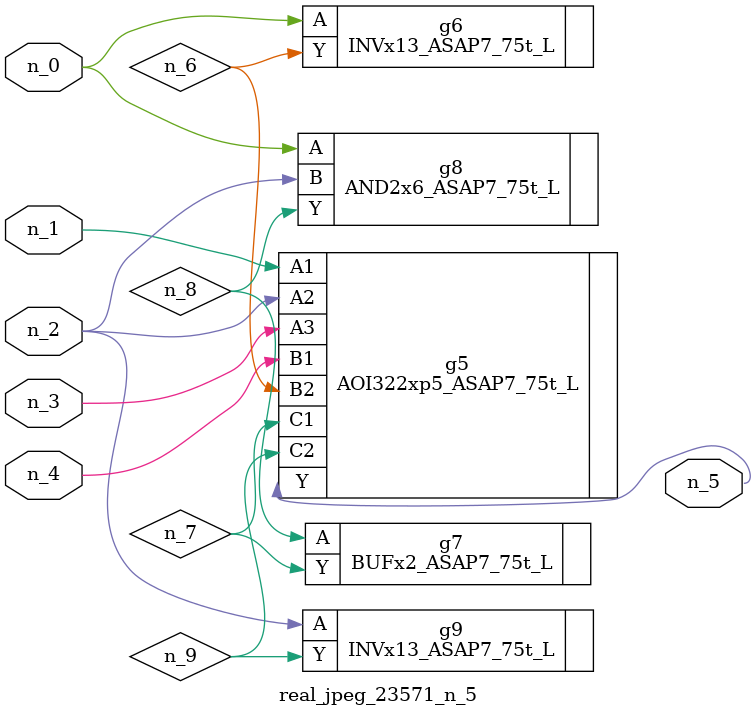
<source format=v>
module real_jpeg_23571_n_5 (n_4, n_0, n_1, n_2, n_3, n_5);

input n_4;
input n_0;
input n_1;
input n_2;
input n_3;

output n_5;

wire n_8;
wire n_6;
wire n_7;
wire n_9;

INVx13_ASAP7_75t_L g6 ( 
.A(n_0),
.Y(n_6)
);

AND2x6_ASAP7_75t_L g8 ( 
.A(n_0),
.B(n_2),
.Y(n_8)
);

AOI322xp5_ASAP7_75t_L g5 ( 
.A1(n_1),
.A2(n_2),
.A3(n_3),
.B1(n_4),
.B2(n_6),
.C1(n_7),
.C2(n_9),
.Y(n_5)
);

INVx13_ASAP7_75t_L g9 ( 
.A(n_2),
.Y(n_9)
);

BUFx2_ASAP7_75t_L g7 ( 
.A(n_8),
.Y(n_7)
);


endmodule
</source>
